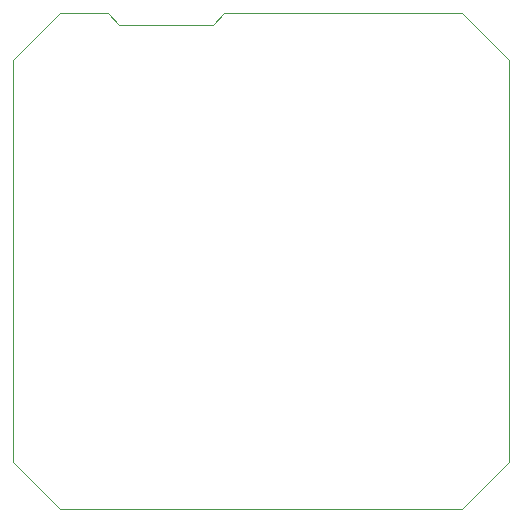
<source format=gbr>
G04 #@! TF.GenerationSoftware,KiCad,Pcbnew,(6.0.5)*
G04 #@! TF.CreationDate,2022-09-26T13:26:44+02:00*
G04 #@! TF.ProjectId,Huvud,48757675-642e-46b6-9963-61645f706362,rev?*
G04 #@! TF.SameCoordinates,PXad91980PY876bf80*
G04 #@! TF.FileFunction,Profile,NP*
%FSLAX46Y46*%
G04 Gerber Fmt 4.6, Leading zero omitted, Abs format (unit mm)*
G04 Created by KiCad (PCBNEW (6.0.5)) date 2022-09-26 13:26:44*
%MOMM*%
%LPD*%
G01*
G04 APERTURE LIST*
G04 #@! TA.AperFunction,Profile*
%ADD10C,0.100000*%
G04 #@! TD*
G04 #@! TA.AperFunction,Profile*
%ADD11C,0.050000*%
G04 #@! TD*
G04 APERTURE END LIST*
D10*
X42000000Y38000000D02*
X42000000Y4000000D01*
D11*
X4000000Y42000000D02*
X8000000Y42000000D01*
X17900000Y42000000D02*
X38000000Y42000000D01*
D10*
X9000000Y41000000D02*
X8000000Y42000000D01*
D11*
X4000000Y0D02*
X0Y4000000D01*
X38000000Y42000000D02*
X42000000Y38000000D01*
D10*
X17900000Y42000000D02*
X16900000Y41000000D01*
X16900000Y41000000D02*
X9000000Y41000000D01*
D11*
X0Y38000000D02*
X4000000Y42000000D01*
D10*
X0Y4000000D02*
X0Y38000000D01*
D11*
X38000000Y0D02*
X42000000Y4000000D01*
D10*
X38000000Y0D02*
X4000000Y0D01*
M02*

</source>
